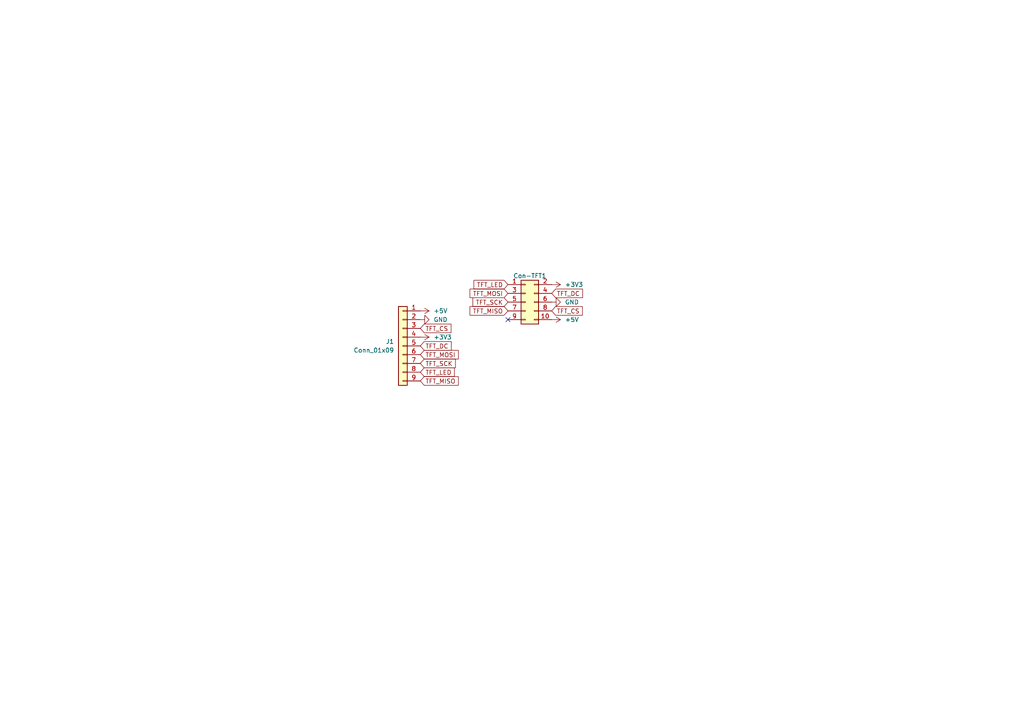
<source format=kicad_sch>
(kicad_sch (version 20230121) (generator eeschema)
  (paper "A4")
  (lib_symbols
    (symbol "Connector_Generic:Conn_01x09" (pin_names (offset 1.016) hide)
      (property "Reference" "J" (at 0 12.7 0))
      (property "Value" "Conn_01x09" (at 0 -12.7 0))
      (symbol "Conn_01x09_1_1"
        (rectangle (start -1.27 -10.033) (end 0 -10.287) (stroke (width 0.1524)))
        (rectangle (start -1.27 -7.493) (end 0 -7.747) (stroke (width 0.1524)))
        (rectangle (start -1.27 -4.953) (end 0 -5.207) (stroke (width 0.1524)))
        (rectangle (start -1.27 -2.413) (end 0 -2.667) (stroke (width 0.1524)))
        (rectangle (start -1.27 0.127) (end 0 -0.127) (stroke (width 0.1524)))
        (rectangle (start -1.27 2.667) (end 0 2.413) (stroke (width 0.1524)))
        (rectangle (start -1.27 5.207) (end 0 4.953) (stroke (width 0.1524)))
        (rectangle (start -1.27 7.747) (end 0 7.493) (stroke (width 0.1524)))
        (rectangle (start -1.27 10.287) (end 0 10.033) (stroke (width 0.1524)))
        (rectangle (start -1.27 11.43) (end 1.27 -11.43) (stroke (width 0.254)) (fill (type background)))
        (pin passive line (at -5.08 10.16 0) (length 3.81) (name "Pin_1") (number "1"))
        (pin passive line (at -5.08 7.62 0) (length 3.81) (name "Pin_2") (number "2"))
        (pin passive line (at -5.08 5.08 0) (length 3.81) (name "Pin_3") (number "3"))
        (pin passive line (at -5.08 2.54 0) (length 3.81) (name "Pin_4") (number "4"))
        (pin passive line (at -5.08 0 0) (length 3.81) (name "Pin_5") (number "5"))
        (pin passive line (at -5.08 -2.54 0) (length 3.81) (name "Pin_6") (number "6"))
        (pin passive line (at -5.08 -5.08 0) (length 3.81) (name "Pin_7") (number "7"))
        (pin passive line (at -5.08 -7.62 0) (length 3.81) (name "Pin_8") (number "8"))
        (pin passive line (at -5.08 -10.16 0) (length 3.81) (name "Pin_9") (number "9"))
      )
    )
    (symbol "Connector_Generic:Conn_02x05_Odd_Even" (pin_names (offset 1.016) hide)
      (property "Reference" "J" (at 1.27 7.62 0))
      (property "Value" "Conn_02x05_Odd_Even" (at 1.27 -7.62 0))
      (symbol "Conn_02x05_Odd_Even_1_1"
        (rectangle (start -1.27 -4.953) (end 0 -5.207) (stroke (width 0.1524)))
        (rectangle (start -1.27 -2.413) (end 0 -2.667) (stroke (width 0.1524)))
        (rectangle (start -1.27 0.127) (end 0 -0.127) (stroke (width 0.1524)))
        (rectangle (start -1.27 2.667) (end 0 2.413) (stroke (width 0.1524)))
        (rectangle (start -1.27 5.207) (end 0 4.953) (stroke (width 0.1524)))
        (rectangle (start -1.27 6.35) (end 3.81 -6.35) (stroke (width 0.254)) (fill (type background)))
        (rectangle (start 3.81 -4.953) (end 2.54 -5.207) (stroke (width 0.1524)))
        (rectangle (start 3.81 -2.413) (end 2.54 -2.667) (stroke (width 0.1524)))
        (rectangle (start 3.81 0.127) (end 2.54 -0.127) (stroke (width 0.1524)))
        (rectangle (start 3.81 2.667) (end 2.54 2.413) (stroke (width 0.1524)))
        (rectangle (start 3.81 5.207) (end 2.54 4.953) (stroke (width 0.1524)))
        (pin passive line (at -5.08 5.08 0) (length 3.81) (name "Pin_1") (number "1"))
        (pin passive line (at 7.62 -5.08 180) (length 3.81) (name "Pin_10") (number "10"))
        (pin passive line (at 7.62 5.08 180) (length 3.81) (name "Pin_2") (number "2"))
        (pin passive line (at -5.08 2.54 0) (length 3.81) (name "Pin_3") (number "3"))
        (pin passive line (at 7.62 2.54 180) (length 3.81) (name "Pin_4") (number "4"))
        (pin passive line (at -5.08 0 0) (length 3.81) (name "Pin_5") (number "5"))
        (pin passive line (at 7.62 0 180) (length 3.81) (name "Pin_6") (number "6"))
        (pin passive line (at -5.08 -2.54 0) (length 3.81) (name "Pin_7") (number "7"))
        (pin passive line (at 7.62 -2.54 180) (length 3.81) (name "Pin_8") (number "8"))
        (pin passive line (at -5.08 -5.08 0) (length 3.81) (name "Pin_9") (number "9"))
      )
    )
    (symbol "power:+3V3" (power) (pin_names (offset 0))
      (property "Value" "+3V3" (at 0 3.556 0))
      (symbol "+3V3_0_1"
        (polyline (pts (xy -0.762 1.27) (xy 0 2.54)))
        (polyline (pts (xy 0 0) (xy 0 2.54)))
        (polyline (pts (xy 0 2.54) (xy 0.762 1.27)))
      )
      (symbol "+3V3_1_1"
        (pin power_in line (at 0 0 90) (length 0) hide (name "+3V3") (number "1"))
      )
    )
    (symbol "power:+5V" (power) (pin_names (offset 0))
      (property "Value" "+5V" (at 0 3.556 0))
      (symbol "+5V_0_1"
        (polyline (pts (xy -0.762 1.27) (xy 0 2.54)))
        (polyline (pts (xy 0 0) (xy 0 2.54)))
        (polyline (pts (xy 0 2.54) (xy 0.762 1.27)))
      )
      (symbol "+5V_1_1"
        (pin power_in line (at 0 0 90) (length 0) hide (name "+5V") (number "1"))
      )
    )
    (symbol "power:GND" (power) (pin_names (offset 0))
      (property "Value" "GND" (at 0 -3.81 0))
      (symbol "GND_0_1"
        (polyline (pts (xy 0 0) (xy 0 -1.27) (xy 1.27 -1.27) (xy 0 -2.54) (xy -1.27 -1.27) (xy 0 -1.27)))
      )
      (symbol "GND_1_1"
        (pin power_in line (at 0 0 270) (length 0) hide (name "GND") (number "1"))
      )
    )
  )
  (no_connect (at 147.32 92.71))
  (global_label "TFT_CS" (shape input) (at 160.02 90.17 0) (property "Intersheetrefs" "${INTERSHEET_REFS}" (effects hide)))
  (global_label "TFT_DC" (shape input) (at 160.02 85.09 0) (property "Intersheetrefs" "${INTERSHEET_REFS}" (effects hide)))
  (global_label "TFT_MISO" (shape input) (at 147.32 90.17 180) (property "Intersheetrefs" "${INTERSHEET_REFS}" (effects hide)))
  (global_label "TFT_LED" (shape input) (at 121.92 107.95 0) (property "Intersheetrefs" "${INTERSHEET_REFS}" (effects hide)))
  (global_label "TFT_MOSI" (shape input) (at 121.92 102.87 0) (property "Intersheetrefs" "${INTERSHEET_REFS}" (effects hide)))
  (global_label "TFT_SCK" (shape input) (at 147.32 87.63 180) (property "Intersheetrefs" "${INTERSHEET_REFS}" (effects hide)))
  (global_label "TFT_SCK" (shape input) (at 121.92 105.41 0) (property "Intersheetrefs" "${INTERSHEET_REFS}" (effects hide)))
  (global_label "TFT_MISO" (shape input) (at 121.92 110.49 0) (property "Intersheetrefs" "${INTERSHEET_REFS}" (effects hide)))
  (global_label "TFT_LED" (shape input) (at 147.32 82.55 180) (property "Intersheetrefs" "${INTERSHEET_REFS}" (effects hide)))
  (global_label "TFT_CS" (shape input) (at 121.92 95.25 0) (property "Intersheetrefs" "${INTERSHEET_REFS}" (effects hide)))
  (global_label "TFT_DC" (shape input) (at 121.92 100.33 0) (property "Intersheetrefs" "${INTERSHEET_REFS}" (effects hide)))
  (global_label "TFT_MOSI" (shape input) (at 147.32 85.09 180) (property "Intersheetrefs" "${INTERSHEET_REFS}" (effects hide)))
  (symbol (lib_id "power:GND") (at 160.02 87.63 90) (unit 1)
    (property "Reference" "#PWR03" (effects hide))
    (property "Value" "GND" (at 163.83 87.6299 90) (effects (justify right)))
  )
  (symbol (lib_id "power:+3V3") (at 160.02 82.55 270) (unit 1)
    (property "Reference" "#PWR02" (effects hide))
    (property "Value" "+3V3" (at 163.83 82.5499 90) (effects (justify left)))
  )
  (symbol (lib_id "power:GND") (at 121.92 92.71 90) (unit 1)
    (property "Reference" "#PWR06" (effects hide))
    (property "Value" "GND" (at 125.73 92.7099 90) (effects (justify right)))
  )
  (symbol (lib_id "Connector_Generic:Conn_01x09") (at 116.84 100.33 0) (mirror y) (unit 1)
    (property "Reference" "J1" (at 114.3 99.06 0) (effects (justify left)))
    (property "Value" "Conn_01x09" (at 114.3 101.6 0) (effects (justify left)))
    (property "Footprint" "Connector_PinSocket_2.54mm:PinSocket_1x09_P2.54mm_Vertical" (effects hide))
  )
  (symbol (lib_id "power:+3V3") (at 121.92 97.79 270) (unit 1)
    (property "Reference" "#PWR05" (effects hide))
    (property "Value" "+3V3" (at 125.73 97.7899 90) (effects (justify left)))
  )
  (symbol (lib_id "power:+5V") (at 160.02 92.71 270) (unit 1)
    (property "Reference" "#PWR04" (effects hide))
    (property "Value" "+5V" (at 163.83 92.7099 90) (effects (justify left)))
  )
  (symbol (lib_id "power:+5V") (at 121.92 90.17 270) (unit 1)
    (property "Reference" "#PWR07" (effects hide))
    (property "Value" "+5V" (at 125.73 90.1699 90) (effects (justify left)))
  )
  (symbol (lib_id "Connector_Generic:Conn_02x05_Odd_Even") (at 152.4 87.63 0) (unit 1)
    (property "Reference" "Con-TFT1" (at 153.67 80.01 0))
    (property "Value" "Conn_02x05_Odd_Even" (effects hide))
    (property "Footprint" "Connector_IDC:IDC-Header_2x05_P2.54mm_Vertical" (effects hide))
  )
)
</source>
